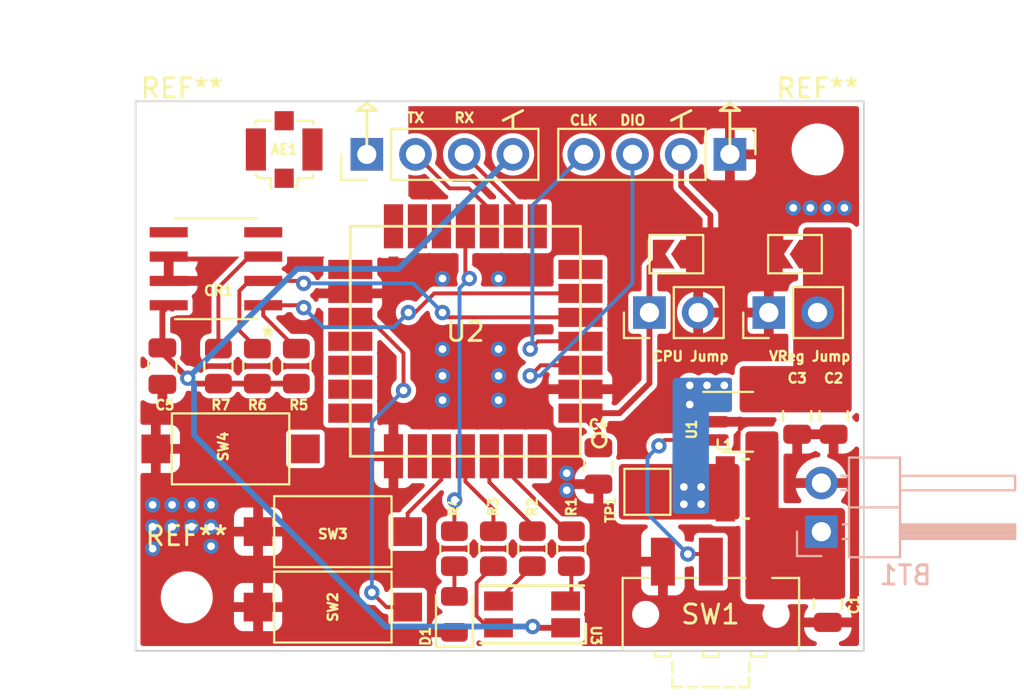
<source format=kicad_pcb>
(kicad_pcb (version 20211014) (generator pcbnew)
  (layers (0 "F.Cu" signal) (31 "B.Cu" signal) (34 "B.Paste" user) (35 "F.Paste" user) (36 "B.SilkS" user "B.Silkscreen") (37 "F.SilkS" user "F.Silkscreen") (38 "B.Mask" user) (39 "F.Mask" user) (44 "Edge.Cuts" user))
  (net 0 "")
  (net 1 "+3V3")
  (net 2 "+BATT")
  (net 3 "/vreg_lx")
  (net 4 "/vreg_en")
  (net 5 "/vreg_out")
  (net 6 "GND")
  (net 7 "Vcc")
  (net 8 "TX{slash}PB6")
  (net 9 "RX{slash}PB7")
  (net 10 "SWDIO{slash}PA13")
  (net 11 "SWCLK{slash}PA14")
  (net 12 "PB15{slash}SCL")
  (net 13 "PA15{slash}SDA")
  (net 15 "LED_STATUS")
  (net 20 "RST")
  (net 21 "RFIO")
  (net 25 "LED_B")
  (net 26 "BOOT{slash}PB13")
  (net 27 "PA0{slash}BUTTON")
  (net 28 "LED_G")
  (net 29 "LED_R")
  (net 31 "Net-(D1-Pad2)")
  (net 32 "Net-(R3-Pad2)")
  (net 33 "Net-(R1-Pad2)")
  (net 34 "Net-(R2-Pad2)")
  (net 35 "Net-(CR1-Pad3)")
  (footprint "Resistor_SMD:R_0805_2012Metric" (layer "F.Cu") (at 148.463 99.441 90)
    (fp_text reference "R6" (at -2.032 0 180) (layer "F.SilkS") (effects (font (size 0.5 0.5) (thickness 0.125))))
    (fp_text value "10k")
    (fp_line (start -0.227064 0.735) (end 0.227064 0.735) (layer "F.SilkS") (width 0.12))
    (fp_line (start -0.227064 -0.735) (end 0.227064 -0.735) (layer "F.SilkS") (width 0.12))
    (pad "1" smd roundrect (at -0.9125 0 90) (size 1.025 1.4) (layers "F.Cu" "F.Paste" "F.Mask") (roundrect_rratio 0.243902) (net 1 "+3V3"))
    (pad "2" smd roundrect (at 0.9125 0 90) (size 1.025 1.4) (layers "F.Cu" "F.Paste" "F.Mask") (roundrect_rratio 0.243902) (net 12 "PB15{slash}SCL"))
  )
  (footprint "MountingHole:MountingHole_2.2mm_M2" (layer "F.Cu") (at 177.673 88.138)
    (fp_text reference "REF**" (at 0 -3.2) (layer "F.SilkS"))
    (fp_text value "MountingHole_2.2mm_M2")
    (pad "" np_thru_hole circle (at 0 0) (size 2.2 2.2) (drill 2.2) (layers *.Cu *.Mask))
  )
  (footprint "LED_SMD:LED_0805_2012Metric" (layer "F.Cu") (at 158.736 112.395 90)
    (fp_text reference "D1" (at -1.143 -1.51 90) (layer "F.SilkS") (effects (font (size 0.5 0.5) (thickness 0.125))))
    (fp_text value "LED")
    (fp_line (start 1 -0.96) (end -1.685 -0.96) (layer "F.SilkS") (width 0.12))
    (fp_line (start -1.685 0.96) (end 1 0.96) (layer "F.SilkS") (width 0.12))
    (fp_line (start -1.685 -0.96) (end -1.685 0.96) (layer "F.SilkS") (width 0.12))
    (pad "1" smd roundrect (at -0.9375 0 90) (size 0.975 1.4) (layers "F.Cu" "F.Paste" "F.Mask") (net 6 "GND"))
    (pad "2" smd roundrect (at 0.9375 0 90) (size 0.975 1.4) (layers "F.Cu" "F.Paste" "F.Mask") (net 31 "Net-(D1-Pad2)"))
  )
  (footprint "LoRa-E5:LoRa-E5" (layer "F.Cu") (at 159.308 98.146 180)
    (fp_text reference "U2" (at 0 0.5) (layer "F.SilkS"))
    (fp_text value "LoRa-E5")
    (fp_line (start -6 -6) (end 6 -6) (layer "F.SilkS") (width 0.15))
    (fp_line (start -6 6) (end -6 -6) (layer "F.SilkS") (width 0.15))
    (fp_line (start 6 6) (end -6 6) (layer "F.SilkS") (width 0.15))
    (fp_line (start 6 -6) (end 6 6) (layer "F.SilkS") (width 0.15))
    (fp_circle (center -6.98 -5.16) (end -6.66 -4.99) (layer "F.SilkS") (width 0.15) (fill none))
    (pad "1" smd rect locked (at -6 -3.75 270) (size 1 2.3) (layers "F.Cu" "F.Paste" "F.Mask") (net 7 "Vcc"))
    (pad "2" smd rect locked (at -6 -2.5 270) (size 1 2.3) (layers "F.Cu" "F.Paste" "F.Mask") (net 6 "GND"))
    (pad "3" smd rect locked (at -6 -1.25 270) (size 1 2.3) (layers "F.Cu" "F.Paste" "F.Mask") (net 10 "SWDIO{slash}PA13"))
    (pad "4" smd rect locked (at -6 0 270) (size 1 2.3) (layers "F.Cu" "F.Paste" "F.Mask") (net 11 "SWCLK{slash}PA14"))
    (pad "5" smd rect locked (at -6 1.25 270) (size 1 2.3) (layers "F.Cu" "F.Paste" "F.Mask") (net 12 "PB15{slash}SCL"))
    (pad "6" smd rect locked (at -6 2.5 270) (size 1 2.3) (layers "F.Cu" "F.Paste" "F.Mask") (net 13 "PA15{slash}SDA"))
    (pad "7" smd rect locked (at -6 3.75 270) (size 1 2.3) (layers "F.Cu" "F.Paste" "F.Mask"))
    (pad "8" smd rect locked (at -3.75 6) (size 1 2.3) (layers "F.Cu" "F.Paste" "F.Mask"))
    (pad "9" smd rect locked (at -2.5 6) (size 1 2.3) (layers "F.Cu" "F.Paste" "F.Mask") (net 9 "RX{slash}PB7"))
    (pad "10" smd rect locked (at -1.25 6) (size 1 2.3) (layers "F.Cu" "F.Paste" "F.Mask") (net 8 "TX{slash}PB6"))
    (pad "11" smd rect locked (at 0 6) (size 1 2.3) (layers "F.Cu" "F.Paste" "F.Mask") (net 15 "LED_STATUS"))
    (pad "12" smd rect locked (at 1.25 6) (size 1 2.3) (layers "F.Cu" "F.Paste" "F.Mask"))
    (pad "13" smd rect locked (at 2.5 6) (size 1 2.3) (layers "F.Cu" "F.Paste" "F.Mask"))
    (pad "14" smd rect locked (at 3.75 6) (size 1 2.3) (layers "F.Cu" "F.Paste" "F.Mask") (net 6 "GND"))
    (pad "15" smd rect locked (at 6 3.75 90) (size 1 2.3) (layers "F.Cu" "F.Paste" "F.Mask") (net 21 "RFIO"))
    (pad "16" smd rect locked (at 6 2.5 90) (size 1 2.3) (layers "F.Cu" "F.Paste" "F.Mask") (net 6 "GND"))
    (pad "17" smd rect locked (at 6 1.25 90) (size 1 2.3) (layers "F.Cu" "F.Paste" "F.Mask") (net 20 "RST"))
    (pad "18" smd rect locked (at 6 0 90) (size 1 2.3) (layers "F.Cu" "F.Paste" "F.Mask"))
    (pad "19" smd rect locked (at 6 -1.25 90) (size 1 2.3) (layers "F.Cu" "F.Paste" "F.Mask"))
    (pad "20" smd rect locked (at 6 -2.5 90) (size 1 2.3) (layers "F.Cu" "F.Paste" "F.Mask"))
    (pad "21" smd rect locked (at 6 -3.75 90) (size 1 2.3) (layers "F.Cu" "F.Paste" "F.Mask"))
    (pad "22" smd rect locked (at 3.75 -6 180) (size 1 2.3) (layers "F.Cu" "F.Paste" "F.Mask") (net 6 "GND"))
    (pad "23" smd rect locked (at 2.5 -6 180) (size 1 2.3) (layers "F.Cu" "F.Paste" "F.Mask") (net 27 "PA0{slash}BUTTON"))
    (pad "24" smd rect locked (at 1.25 -6 180) (size 1 2.3) (layers "F.Cu" "F.Paste" "F.Mask") (net 26 "BOOT{slash}PB13"))
    (pad "25" smd rect locked (at 0 -6 180) (size 1 2.3) (layers "F.Cu" "F.Paste" "F.Mask") (net 25 "LED_B"))
    (pad "26" smd rect locked (at -1.25 -6 180) (size 1 2.3) (layers "F.Cu" "F.Paste" "F.Mask") (net 28 "LED_G"))
    (pad "27" smd rect locked (at -2.5 -6 180) (size 1 2.3) (layers "F.Cu" "F.Paste" "F.Mask") (net 29 "LED_R"))
    (pad "28" smd rect locked (at -3.75 -6 180) (size 1 2.3) (layers "F.Cu" "F.Paste" "F.Mask"))
  )
  (footprint "TDK_VLS3012HBX:TDK-VLS3012HBX-0-0-MFG" (layer "F.Cu") (at 173.908 105.846 180)
    (fp_text reference "L1" (at 0.6 2.3) (layer "F.SilkS") (effects (font (size 0.5 0.5) (thickness 0.125)) (justify right)))
    (fp_text value "2.2uH" hide)
    (fp_line (start -0.175 1.55) (end 0.175 1.55) (layer "F.SilkS") (width 0.15))
    (fp_line (start -0.175 -1.55) (end 0.175 -1.55) (layer "F.SilkS") (width 0.15))
    (pad "1" smd rect (at -1.05 0 180) (size 1 3.4) (layers "F.Cu" "F.Paste" "F.Mask") (net 2 "+BATT"))
    (pad "2" smd rect (at 1.05 0 180) (size 1 3.4) (layers "F.Cu" "F.Paste" "F.Mask") (net 3 "/vreg_lx"))
  )
  (footprint "Connector_Coaxial:U.FL_Molex_MCRF_73412-0110_Vertical" (layer "F.Cu") (at 149.86 88.138)
    (fp_text reference "AE1" (at 0 0) (layer "F.SilkS") (effects (font (size 0.5 0.5))))
    (fp_text value "Antenna_Shield")
    (fp_line (start 1.5 1.3) (end 1.5 1.5) (layer "F.SilkS") (width 0.12))
    (fp_line (start -0.7 1.5) (end -0.7 2) (layer "F.SilkS") (width 0.12))
    (fp_line (start -0.7 1.5) (end -1.3 1.5) (layer "F.SilkS") (width 0.12))
    (fp_line (start 1.5 1.5) (end 0.7 1.5) (layer "F.SilkS") (width 0.12))
    (fp_line (start 0.7 1.5) (end 0.7 2) (layer "F.SilkS") (width 0.12))
    (fp_line (start -1.5 -1.3) (end -1.5 -1.5) (layer "F.SilkS") (width 0.12))
    (fp_line (start 0.7 -1.5) (end 1.5 -1.5) (layer "F.SilkS") (width 0.12))
    (fp_line (start -1.3 1.5) (end -1.5 1.3) (layer "F.SilkS") (width 0.12))
    (fp_line (start -1.5 -1.5) (end -0.7 -1.5) (layer "F.SilkS") (width 0.12))
    (fp_line (start 1.5 -1.5) (end 1.5 -1.3) (layer "F.SilkS") (width 0.12))
    (pad "1" smd rect (at 0 1.5) (size 1 1) (layers "F.Cu" "F.Paste" "F.Mask") (net 21 "RFIO"))
    (pad "2" smd rect (at -1.475 0) (size 1.05 2.2) (layers "F.Cu" "F.Paste" "F.Mask") (net 6 "GND"))
    (pad "2" smd rect (at 0 -1.5) (size 1 1) (layers "F.Cu" "F.Paste" "F.Mask") (net 6 "GND"))
    (pad "2" smd rect (at 1.475 0) (size 1.05 2.2) (layers "F.Cu" "F.Paste" "F.Mask") (net 6 "GND"))
  )
  (footprint "Resistor_SMD:R_0805_2012Metric" (layer "F.Cu") (at 164.832 108.966 -90)
    (fp_text reference "R1" (at -2.187499 -0.000005 90) (layer "F.SilkS") (effects (font (size 0.5 0.5) (thickness 0.125))))
    (fp_text value "R_Small_US")
    (fp_line (start -0.227064 -0.735) (end 0.227064 -0.735) (layer "F.SilkS") (width 0.12))
    (fp_line (start -0.227064 0.735) (end 0.227064 0.735) (layer "F.SilkS") (width 0.12))
    (pad "1" smd roundrect (at -0.9125 0 270) (size 1.025 1.4) (layers "F.Cu" "F.Paste" "F.Mask") (roundrect_rratio 0.243902) (net 29 "LED_R"))
    (pad "2" smd roundrect (at 0.9125 0 270) (size 1.025 1.4) (layers "F.Cu" "F.Paste" "F.Mask") (roundrect_rratio 0.243902) (net 33 "Net-(R1-Pad2)"))
  )
  (footprint "STTS75M2F:STTS75M2F" (layer "F.Cu") (at 146.304 94.361 180)
    (fp_text reference "CR1" (at -0.127 -1.143) (layer "F.SilkS") (effects (font (size 0.5 0.5) (thickness 0.125))))
    (fp_text value "STTS75M2F" hide)
    (fp_text user "*" (at -2.7178 -3.5814) (layer "F.SilkS"))
    (fp_text user "*" (at -2.7178 -3.5814) (layer "F.SilkS"))
    (fp_line (start -2.1336 2.6289) (end 2.1336 2.6289) (layer "F.SilkS") (width 0.12))
    (fp_line (start 2.1336 -2.6289) (end -2.1336 -2.6289) (layer "F.SilkS") (width 0.12))
    (pad "1" smd rect (at -2.4638 -1.905 180) (size 1.9812 0.5334) (layers "F.Cu" "F.Paste" "F.Mask") (net 13 "PA15{slash}SDA"))
    (pad "2" smd rect (at -2.4638 -0.635 180) (size 1.9812 0.5334) (layers "F.Cu" "F.Paste" "F.Mask") (net 12 "PB15{slash}SCL"))
    (pad "3" smd rect (at -2.4638 0.635 180) (size 1.9812 0.5334) (layers "F.Cu" "F.Paste" "F.Mask") (net 35 "Net-(CR1-Pad3)"))
    (pad "4" smd rect (at -2.4638 1.905 180) (size 1.9812 0.5334) (layers "F.Cu" "F.Paste" "F.Mask") (net 6 "GND"))
    (pad "5" smd rect (at 2.4638 1.905 180) (size 1.9812 0.5334) (layers "F.Cu" "F.Paste" "F.Mask") (net 6 "GND"))
    (pad "6" smd rect (at 2.4638 0.635 180) (size 1.9812 0.5334) (layers "F.Cu" "F.Paste" "F.Mask") (net 6 "GND"))
    (pad "7" smd rect (at 2.4638 -0.635 180) (size 1.9812 0.5334) (layers "F.Cu" "F.Paste" "F.Mask") (net 6 "GND"))
    (pad "8" smd rect (at 2.4638 -1.905 180) (size 1.9812 0.5334) (layers "F.Cu" "F.Paste" "F.Mask") (net 1 "+3V3"))
  )
  (footprint "Capacitor_SMD:C_0805_2012Metric" (layer "F.Cu") (at 178.2064 111.8616 -90)
    (fp_text reference "C1" (at 0.0254 -1.3716 -90) (layer "F.SilkS") (effects (font (size 0.5 0.5) (thickness 0.125))))
    (fp_text value "10u")
    (fp_line (start -0.261252 0.735) (end 0.261252 0.735) (layer "F.SilkS") (width 0.12))
    (fp_line (start -0.261252 -0.735) (end 0.261252 -0.735) (layer "F.SilkS") (width 0.12))
    (pad "1" smd roundrect (at -0.95 0 270) (size 1 1.45) (layers "F.Cu" "F.Paste" "F.Mask") (net 2 "+BATT"))
    (pad "2" smd roundrect (at 0.95 0 270) (size 1 1.45) (layers "F.Cu" "F.Paste" "F.Mask") (net 6 "GND"))
  )
  (footprint "Connector_PinHeader_2.54mm:PinHeader_1x02_P2.54mm_Vertical" (layer "F.Cu") (at 175.128 96.647 90)
    (fp_text reference "J1" hide)
    (fp_text value "Pwr_jmp")
    (fp_line (start -1.33 1.27) (end -1.33 3.87) (layer "F.SilkS") (width 0.12))
    (fp_line (start 1.33 1.27) (end 1.33 3.87) (layer "F.SilkS") (width 0.12))
    (fp_line (start -1.33 0) (end -1.33 -1.33) (layer "F.SilkS") (width 0.12))
    (fp_line (start -1.33 3.87) (end 1.33 3.87) (layer "F.SilkS") (width 0.12))
    (fp_line (start -1.33 1.27) (end 1.33 1.27) (layer "F.SilkS") (width 0.12))
    (fp_line (start -1.33 -1.33) (end 0 -1.33) (layer "F.SilkS") (width 0.12))
    (pad "1" thru_hole rect (at 0 0 90) (size 1.7 1.7) (drill 1) (layers *.Cu *.Mask) (net 1 "+3V3"))
    (pad "2" thru_hole oval (at 0 2.54 90) (size 1.7 1.7) (drill 1) (layers *.Cu *.Mask) (net 5 "/vreg_out"))
  )
  (footprint "Button_Switch_SMD:SW_SPST_CK_RS282G05A3" (layer "F.Cu") (at 152.4 108.077 180)
    (fp_text reference "SW3" (at 0 -0.127) (layer "F.SilkS") (effects (font (size 0.5 0.5) (thickness 0.125))))
    (fp_text value "SW_SPST")
    (fp_line (start 3.06 -1.85) (end 3.06 1.85) (layer "F.SilkS") (width 0.12))
    (fp_line (start -3.06 -1.85) (end 3.06 -1.85) (layer "F.SilkS") (width 0.12))
    (fp_line (start -3.06 1.85) (end -3.06 -1.85) (layer "F.SilkS") (width 0.12))
    (fp_line (start 3.06 1.85) (end -3.06 1.85) (layer "F.SilkS") (width 0.12))
    (pad "1" smd rect (at -3.9 0 180) (size 1.5 1.5) (layers "F.Cu" "F.Paste" "F.Mask") (net 26 "BOOT{slash}PB13"))
    (pad "2" smd rect (at 3.9 0 180) (size 1.5 1.5) (layers "F.Cu" "F.Paste" "F.Mask") (net 6 "GND"))
  )
  (footprint "MountingHole:MountingHole_2.2mm_M2" (layer "F.Cu") (at 144.526 88.138)
    (fp_text reference "REF**" (at 0 -3.2) (layer "F.SilkS"))
    (fp_text value "MountingHole_2.2mm_M2")
    (pad "" np_thru_hole circle (at 0 0) (size 2.2 2.2) (drill 2.2) (layers *.Cu *.Mask))
  )
  (footprint "Capacitor_SMD:C_0805_2012Metric" (layer "F.Cu") (at 166.243 104.648 -90)
    (fp_text reference "C4" (at -2.159 0) (layer "F.SilkS") (effects (font (size 0.5 0.5))))
    (fp_text value "C_Small")
    (fp_line (start -0.261252 0.735) (end 0.261252 0.735) (layer "F.SilkS") (width 0.12))
    (fp_line (start -0.261252 -0.735) (end 0.261252 -0.735) (layer "F.SilkS") (width 0.12))
    (pad "1" smd roundrect (at -0.95 0 270) (size 1 1.45) (layers "F.Cu" "F.Paste" "F.Mask") (net 7 "Vcc"))
    (pad "2" smd roundrect (at 0.95 0 270) (size 1 1.45) (layers "F.Cu" "F.Paste" "F.Mask") (net 6 "GND"))
  )
  (footprint "Connector_PinHeader_2.54mm:PinHeader_1x04_P2.54mm_Vertical" (layer "F.Cu") (at 154.167992 88.392 90)
    (fp_text reference "J3" hide)
    (fp_text value "Serial Header")
    (fp_line (start -1.33 8.95) (end 1.33 8.95) (layer "F.SilkS") (width 0.12))
    (fp_line (start -1.33 -1.33) (end 0 -1.33) (layer "F.SilkS") (width 0.12))
    (fp_line (start 1.33 1.27) (end 1.33 8.95) (layer "F.SilkS") (width 0.12))
    (fp_line (start -1.33 1.27) (end -1.33 8.95) (layer "F.SilkS") (width 0.12))
    (fp_line (start -1.33 1.27) (end 1.33 1.27) (layer "F.SilkS") (width 0.12))
    (fp_line (start -1.33 0) (end -1.33 -1.33) (layer "F.SilkS") (width 0.12))
    (pad "1" thru_hole rect (at 0 0 90) (size 1.7 1.7) (drill 1) (layers *.Cu *.Mask) (net 6 "GND"))
    (pad "2" thru_hole oval (at 0 2.54 90) (size 1.7 1.7) (drill 1) (layers *.Cu *.Mask) (net 8 "TX{slash}PB6"))
    (pad "3" thru_hole oval (at 0 5.08 90) (size 1.7 1.7) (drill 1) (layers *.Cu *.Mask) (net 9 "RX{slash}PB7"))
    (pad "4" thru_hole oval (at 0 7.62 90) (size 1.7 1.7) (drill 1) (layers *.Cu *.Mask) (net 1 "+3V3"))
  )
  (footprint "Resistor_SMD:R_0805_2012Metric" (layer "F.Cu") (at 160.768 108.966 -90)
    (fp_text reference "R3" (at -2.187499 -0.000005 90) (layer "F.SilkS") (effects (font (size 0.5 0.5) (thickness 0.125))))
    (fp_text value "R_Small_US")
    (fp_line (start -0.227064 0.735) (end 0.227064 0.735) (layer "F.SilkS") (width 0.12))
    (fp_line (start -0.227064 -0.735) (end 0.227064 -0.735) (layer "F.SilkS") (width 0.12))
    (pad "1" smd roundrect (at -0.9125 0 270) (size 1.025 1.4) (layers "F.Cu" "F.Paste" "F.Mask") (roundrect_rratio 0.243902) (net 25 "LED_B"))
    (pad "2" smd roundrect (at 0.9125 0 270) (size 1.025 1.4) (layers "F.Cu" "F.Paste" "F.Mask") (roundrect_rratio 0.243902) (net 32 "Net-(R3-Pad2)"))
  )
  (footprint "Resistor_SMD:R_0805_2012Metric" (layer "F.Cu") (at 150.495 99.441 90)
    (fp_text reference "R5" (at -2.032 0.127 180) (layer "F.SilkS") (effects (font (size 0.5 0.5) (thickness 0.125))))
    (fp_text value "10k")
    (fp_line (start -0.227064 0.735) (end 0.227064 0.735) (layer "F.SilkS") (width 0.12))
    (fp_line (start -0.227064 -0.735) (end 0.227064 -0.735) (layer "F.SilkS") (width 0.12))
    (pad "1" smd roundrect (at -0.9125 0 90) (size 1.025 1.4) (layers "F.Cu" "F.Paste" "F.Mask") (roundrect_rratio 0.243902) (net 1 "+3V3"))
    (pad "2" smd roundrect (at 0.9125 0 90) (size 1.025 1.4) (layers "F.Cu" "F.Paste" "F.Mask") (roundrect_rratio 0.243902) (net 13 "PA15{slash}SDA"))
  )
  (footprint "Jumper:SolderJumper-2_P1.3mm_Open_TrianglePad1.0x1.5mm" (layer "F.Cu") (at 176.493 93.599 180)
    (fp_text reference "JP1" hide)
    (fp_text value "Pwr_jmp" hide)
    (fp_line (start 1.4 1) (end -1.4 1) (layer "F.SilkS") (width 0.12))
    (fp_line (start 1.4 -1) (end 1.4 1) (layer "F.SilkS") (width 0.12))
    (fp_line (start -1.4 1) (end -1.4 -1) (layer "F.SilkS") (width 0.12))
    (fp_line (start -1.4 -1) (end 1.4 -1) (layer "F.SilkS") (width 0.12))
    (pad "1" smd custom (at -0.725 0 180) (size 0.3 0.3) (layers "F.Cu" "F.Mask") (net 5 "/vreg_out") (options (clearance outline) (anchor rect)) (primitives (gr_poly (pts (xy 1 0) (xy 0.5 0.75) (xy -0.5 0.75) (xy -0.5 -0.75) (xy 0.5 -0.75)) (width 0) (fill yes))))
    (pad "2" smd custom (at 0.725 0 180) (size 0.3 0.3) (layers "F.Cu" "F.Mask") (net 1 "+3V3") (options (clearance outline) (anchor rect)) (primitives (gr_poly (pts (xy 0.5 0.75) (xy -0.65 0.75) (xy -0.15 0) (xy -0.65 -0.75) (xy 0.5 -0.75)) (width 0) (fill yes))))
  )
  (footprint "RGB_LED:IN-S128TATRGB" (layer "F.Cu") (at 165.735 114.046 180)
    (fp_text reference "U3" (at -0.381 1.143 270 unlocked) (layer "F.SilkS") (effects (font (size 0.5 0.5) (thickness 0.125)) (justify left)))
    (fp_text value "IN-S128TATRGB")
    (fp_line (start 5.65 0.15) (end 0.15 0.15) (layer "F.SilkS") (width 0.15))
    (fp_line (start 0.15 1.15) (end 0.15 0.15) (layer "F.SilkS") (width 0.15))
    (fp_line (start 5.65 3.15) (end 0.25 3.15) (layer "F.SilkS") (width 0.15))
    (pad "1" smd rect (at 1.2 0.95) (size 1.5 1) (layers "F.Cu" "F.Paste" "F.Mask") (net 1 "+3V3"))
    (pad "2" smd rect (at 4.7 0.95) (size 1.5 1) (layers "F.Cu" "F.Paste" "F.Mask") (net 32 "Net-(R3-Pad2)"))
    (pad "3" smd rect (at 1.2 2.35) (size 1.5 1) (layers "F.Cu" "F.Paste" "F.Mask") (net 33 "Net-(R1-Pad2)"))
    (pad "4" smd rect (at 4.7 2.35) (size 1.5 1) (layers "F.Cu" "F.Paste" "F.Mask") (net 34 "Net-(R2-Pad2)"))
  )
  (footprint "Button_Switch_SMD:SW_SPDT_CK-JS102011SAQN" (layer "F.Cu") (at 172.108 112.395)
    (fp_text reference "SW1" (at -0.023 0) (layer "F.SilkS"))
    (fp_text value "SW_SPDT")
    (fp_line (start 3.2 -1.9) (end 4.6 -1.9) (layer "F.SilkS") (width 0.12))
    (fp_line (start 0.7 -1.9) (end 0.7 -1.9) (layer "F.SilkS") (width 0.12))
    (fp_line (start -2.9 1.9) (end -4.6 1.9) (layer "F.SilkS") (width 0.12))
    (fp_line (start 4.6 -1.9) (end 4.6 1.9) (layer "F.SilkS") (width 0.12))
    (fp_line (start -0.4 3.8) (end -0.4 3.8) (layer "F.SilkS") (width 0.12))
    (fp_line (start -0.4 2.2) (end -0.4 1.9) (layer "F.SilkS") (width 0.12))
    (fp_line (start 0.7 3.8) (end 0.7 3.8) (layer "F.SilkS") (width 0.12))
    (fp_line (start -0.7 3.8) (end -0.7 3.8) (layer "F.SilkS") (width 0.12))
    (fp_line (start 1.5 3.8) (end 1.5 3.8) (layer "F.SilkS") (width 0.12))
    (fp_line (start 2 2.5) (end 2 2.5) (layer "F.SilkS") (width 0.12))
    (fp_line (start -2.1 2.2) (end -2.9 2.2) (layer "F.SilkS") (width 0.12))
    (fp_line (start 2.9 2.2) (end 2.1 2.2) (layer "F.SilkS") (width 0.12))
    (fp_line (start 2 3) (end 2 2.5) (layer "F.SilkS") (width 0.12))
    (fp_line (start -4.6 1.9) (end -4.6 -1.9) (layer "F.SilkS") (width 0.12))
    (fp_line (start 1.8 -1.9) (end 0.7 -1.9) (layer "F.SilkS") (width 0.12))
    (fp_line (start 2 3.3) (end 2 3.3) (layer "F.SilkS") (width 0.12))
    (fp_line (start 2.1 2.2) (end 2.1 1.9) (layer "F.SilkS") (width 0.12))
    (fp_line (start 1.2 3.8) (end 0.7 3.8) (layer "F.SilkS") (width 0.12))
    (fp_line (start 2.1 1.9) (end 0.4 1.9) (layer "F.SilkS") (width 0.12))
    (fp_line (start 0.4 1.9) (end 0.4 2.2) (layer "F.SilkS") (width 0.12))
    (fp_line (start -2 3.3) (end -2 3.3) (layer "F.SilkS") (width 0.12))
    (fp_line (start 2 3.8) (end 1.5 3.8) (layer "F.SilkS") (width 0.12))
    (fp_line (start -1.5 3.8) (end -1.5 3.8) (layer "F.SilkS") (width 0.12))
    (fp_line (start -2.1 1.9) (end -2.1 2.2) (layer "F.SilkS") (width 0.12))
    (fp_line (start -1.2 3.8) (end -0.7 3.8) (layer "F.SilkS") (width 0.12))
    (fp_line (start -4.6 -1.9) (end -3.2 -1.9) (layer "F.SilkS") (width 0.12))
    (fp_line (start -2 3.8) (end -2 3.3) (layer "F.SilkS") (width 0.12))
    (fp_line (start 0.4 2.2) (end -0.4 2.2) (layer "F.SilkS") (width 0.12))
    (fp_line (start -2 3.8) (end -1.5 3.8) (layer "F.SilkS") (width 0.12))
    (fp_line (start 2 3.8) (end 2 3.3) (layer "F.SilkS") (width 0.12))
    (fp_line (start -2.9 2.2) (end -2.9 1.9) (layer "F.SilkS") (width 0.12))
    (fp_line (start -0.4 1.9) (end -2.1 1.9) (layer "F.SilkS") (width 0.12))
    (fp_line (start -4.6 1.9) (end -4.6 1.9) (layer "F.SilkS") (width 0.12))
    (fp_line (start 4.6 1.9) (end 2.9 1.9) (layer "F.SilkS") (width 0.12))
    (fp_line (start -1.8 -1.9) (end -1.8 -1.9) (layer "F.SilkS") (width 0.12))
    (fp_line (start -0.7 -1.9) (end -1.8 -1.9) (layer "F.SilkS") (width 0.12))
    (fp_line (start -2 2.5) (end -2 2.5) (layer "F.SilkS") (width 0.12))
    (fp_line (start 0.4 3.8) (end -0.4 3.8) (layer "F.SilkS") (width 0.12))
    (fp_line (start 2.9 1.9) (end 2.9 2.2) (layer "F.SilkS") (width 0.12))
    (fp_line (start -2 3) (end -2 2.5) (layer "F.SilkS") (width 0.12))
    (pad "" np_thru_hole circle (at -3.4 0) (size 0.9 0.9) (drill 0.9) (layers *.Cu *.Mask))
    (pad "" np_thru_hole circle (at 3.4 0) (size 0.9 0.9) (drill 0.9) (layers *.Cu *.Mask))
    (pad "1" smd rect (at -2.5 -2.75) (size 1.25 2.5) (layers "F.Cu" "F.Paste" "F.Mask") (net 6 "GND"))
    (pad "2" smd rect (at 0 -2.75) (size 1.25 2.5) (layers "F.Cu" "F.Paste" "F.Mask") (net 4 "/vreg_en"))
    (pad "3" smd rect (at 2.5 -2.75) (size 1.25 2.5) (layers "F.Cu" "F.Paste" "F.Mask") (net 2 "+BATT"))
  )
  (footprint "Resistor_SMD:R_0805_2012Metric" (layer "F.Cu") (at 158.736 108.966 -90)
    (fp_text reference "R4" (at -2.187499 -0.000005 90) (layer "F.SilkS") (effects (font (size 0.5 0.5) (thickness 0.125))))
    (fp_text value "R_Small_US")
    (fp_line (start -0.227064 -0.735) (end 0.227064 -0.735) (layer "F.SilkS") (width 0.12))
    (fp_line (start -0.227064 0.735) (end 0.227064 0.735) (layer "F.SilkS") (width 0.12))
    (pad "1" smd roundrect (at -0.9125 0 270) (size 1.025 1.4) (layers "F.Cu" "F.Paste" "F.Mask") (roundrect_rratio 0.243902) (net 15 "LED_STATUS"))
    (pad "2" smd roundrect (at 0.9125 0 270) (size 1.025 1.4) (layers "F.Cu" "F.Paste" "F.Mask") (roundrect_rratio 0.243902) (net 31 "Net-(D1-Pad2)"))
  )
  (footprint "Capacitor_SMD:C_0805_2012Metric" (layer "F.Cu") (at 178.508 102.046 -90)
    (fp_text reference "C2" (at -1.97 0) (layer "F.SilkS") (effects (font (size 0.5 0.5) (thickness 0.125))))
    (fp_text value "10u")
    (fp_line (start -0.261252 0.735) (end 0.261252 0.735) (layer "F.SilkS") (width 0.12))
    (fp_line (start -0.261252 -0.735) (end 0.261252 -0.735) (layer "F.SilkS") (width 0.12))
    (pad "1" smd roundrect (at -0.95 0 270) (size 1 1.45) (layers "F.Cu" "F.Paste" "F.Mask") (net 5 "/vreg_out"))
    (pad "2" smd roundrect (at 0.95 0 270) (size 1 1.45) (layers "F.Cu" "F.Paste" "F.Mask") (net 6 "GND"))
  )
  (footprint "Resistor_SMD:R_0805_2012Metric" (layer "F.Cu") (at 162.8 108.966 -90)
    (fp_text reference "R2" (at -2.187499 -0.000005 90) (layer "F.SilkS") (effects (font (size 0.5 0.5) (thickness 0.125))))
    (fp_text value "R_Small_US")
    (fp_line (start -0.227064 -0.735) (end 0.227064 -0.735) (layer "F.SilkS") (width 0.12))
    (fp_line (start -0.227064 0.735) (end 0.227064 0.735) (layer "F.SilkS") (width 0.12))
    (pad "1" smd roundrect (at -0.9125 0 270) (size 1.025 1.4) (layers "F.Cu" "F.Paste" "F.Mask") (roundrect_rratio 0.243902) (net 28 "LED_G"))
    (pad "2" smd roundrect (at 0.9125 0 270) (size 1.025 1.4) (layers "F.Cu" "F.Paste" "F.Mask") (roundrect_rratio 0.243902) (net 34 "Net-(R2-Pad2)"))
  )
  (footprint "Jumper:SolderJumper-2_P1.3mm_Open_TrianglePad1.0x1.5mm" (layer "F.Cu") (at 170.307 93.599 180)
    (fp_text reference "JP2" hide)
    (fp_text value "CPU_jmp")
    (fp_line (start 1.4 -1) (end 1.4 1) (layer "F.SilkS") (width 0.12))
    (fp_line (start -1.4 1) (end -1.4 -1) (layer "F.SilkS") (width 0.12))
    (fp_line (start -1.4 -1) (end 1.4 -1) (layer "F.SilkS") (width 0.12))
    (fp_line (start 1.4 1) (end -1.4 1) (layer "F.SilkS") (width 0.12))
    (pad "1" smd custom (at -0.724992 0 180) (size 0.3 0.3) (layers "F.Cu" "F.Mask") (net 1 "+3V3") (options (clearance outline) (anchor rect)) (primitives (gr_poly (pts (xy 1 0) (xy 0.5 0.75) (xy -0.5 0.75) (xy -0.5 -0.75) (xy 0.5 -0.75)) (width 0) (fill yes))))
    (pad "2" smd custom (at 0.725 0 180) (size 0.3 0.3) (layers "F.Cu" "F.Mask") (net 7 "Vcc") (options (clearance outline) (anchor rect)) (primitives (gr_poly (pts (xy 0.5 0.75) (xy -0.65 0.75) (xy -0.15 0) (xy -0.65 -0.75) (xy 0.5 -0.75)) (width 0) (fill yes))))
  )
  (footprint "Capacitor_SMD:C_0805_2012Metric" (layer "F.Cu") (at 143.51 99.441 -90)
    (fp_text reference "C5" (at 2.032 -0.127) (layer "F.SilkS") (effects (font (size 0.5 0.5) (thickness 0.125))))
    (fp_text value "10u")
    (fp_line (start -0.261252 -0.735) (end 0.261252 -0.735) (layer "F.SilkS") (width 0.12))
    (fp_line (start -0.261252 0.735) (end 0.261252 0.735) (layer "F.SilkS") (width 0.12))
    (pad "1" smd roundrect (at -0.95 0 270) (size 1 1.45) (layers "F.Cu" "F.Paste" "F.Mask") (net 1 "+3V3"))
    (pad "2" smd roundrect (at 0.95 0 270) (size 1 1.45) (layers "F.Cu" "F.Paste" "F.Mask") (net 6 "GND"))
  )
  (footprint "Button_Switch_SMD:SW_SPST_CK_RS282G05A3" (layer "F.Cu") (at 152.4 112.014 180)
    (fp_text reference "SW2" (at 0 0.005004 90) (layer "F.SilkS") (effects (font (size 0.5 0.5) (thickness 0.125))))
    (fp_text value "SW_SPST")
    (fp_line (start 3.06 1.85) (end -3.06 1.85) (layer "F.SilkS") (width 0.12))
    (fp_line (start -3.06 1.85) (end -3.06 -1.85) (layer "F.SilkS") (width 0.12))
    (fp_line (start -3.06 -1.85) (end 3.06 -1.85) (layer "F.SilkS") (width 0.12))
    (fp_line (start 3.06 -1.85) (end 3.06 1.85) (layer "F.SilkS") (width 0.12))
    (pad "1" smd rect (at -3.9 0 180) (size 1.5 1.5) (layers "F.Cu" "F.Paste" "F.Mask") (net 20 "RST"))
    (pad "2" smd rect (at 3.9 0 180) (size 1.5 1.5) (layers "F.Cu" "F.Paste" "F.Mask") (net 6 "GND"))
  )
  (footprint "MountingHole:MountingHole_2.2mm_M2" (layer "F.Cu") (at 144.78 111.506)
    (fp_text reference "REF**" (at 0 -3.2) (layer "F.SilkS"))
    (fp_text value "MountingHole_2.2mm_M2")
    (pad "" np_thru_hole circle (at 0 0) (size 2.2 2.2) (drill 2.2) (layers *.Cu *.Mask))
  )
  (footprint "Button_Switch_SMD:SW_SPST_CK_RS282G05A3" (layer "F.Cu") (at 147.066 103.759 180)
    (fp_text reference "SW4" (at 0.381 0.127 90) (layer "F.SilkS") (effects (font (size 0.5 0.5) (thickness 0.125))))
    (fp_text value "SW_SPST")
    (fp_line (start 3.06 -1.85) (end 3.06 1.85) (layer "F.SilkS") (width 0.12))
    (fp_line (start -3.06 1.85) (end -3.06 -1.85) (layer "F.SilkS") (width 0.12))
    (fp_line (start 3.06 1.85) (end -3.06 1.85) (layer "F.SilkS") (width 0.12))
    (fp_line (start -3.06 -1.85) (end 3.06 -1.85) (layer "F.SilkS") (width 0.12))
    (pad "1" smd rect (at -3.9 0 180) (size 1.5 1.5) (layers "F.Cu" "F.Paste" "F.Mask") (net 27 "PA0{slash}BUTTON"))
    (pad "2" smd rect (at 3.9 0 180) (size 1.5 1.5) (layers "F.Cu" "F.Paste" "F.Mask") (net 6 "GND"))
  )
  (footprint "TestPoint:TestPoint_Pad_2.0x2.0mm" (layer "F.Cu") (at 168.8 106)
    (fp_text reference "TP1" (at -1.922 0.934 90) (layer "F.SilkS") (effects (font (size 0.5 0.5) (thickness 0.125))))
    (fp_text value "vreg_lx")
    (fp_line (start 1.2 1.2) (end -1.2 1.2) (layer "F.SilkS") (width 0.12))
    (fp_line (start -1.2 1.2) (end -1.2 -1.2) (layer "F.SilkS") (width 0.12))
    (fp_line (start -1.2 -1.2) (end 1.2 -1.2) (layer "F.SilkS") (width 0.12))
    (fp_line (start 1.2 -1.2) (end 1.2 1.2) (layer "F.SilkS") (width 0.12))
    (pad "1" smd rect (at 0 0) (size 2 2) (layers "F.Cu" "F.Mask") (net 3 "/vreg_lx"))
  )
  (footprint "Package_TO_SOT_SMD:SOT-23-5" (layer "F.Cu") (at 173.508 102.346)
    (fp_text reference "U1" (at -2.4 0.4 90) (layer "F.SilkS") (effects (font (size 0.5 0.5) (thickness 0.125))))
    (fp_text value "RP402N331F")
    (fp_line (start 0 -1.56) (end -1.8 -1.56) (layer "F.SilkS") (width 0.12))
    (fp_line (start 0 1.56) (end 0.8 1.56) (layer "F.SilkS") (width 0.12))
    (fp_line (start 0 -1.56) (end 0.8 -1.56) (layer "F.SilkS") (width 0.12))
    (fp_line (start 0 1.56) (end -0.8 1.56) (layer "F.SilkS") (width 0.12))
    (pad "1" smd roundrect (at -1.1375 -0.95) (size 1.325 0.6) (layers "F.Cu" "F.Paste" "F.Mask") (net 3 "/vreg_lx"))
    (pad "2" smd roundrect (at -1.1375 0) (size 1.325 0.6) (layers "F.Cu" "F.Paste" "F.Mask") (net 6 "GND"))
    (pad "3" smd roundrect (at -1.1375 0.95) (size 1.325 0.6) (layers "F.Cu" "F.Paste" "F.Mask") (net 4 "/vreg_en"))
    (pad "4" smd roundrect (at 1.1375 0.95) (size 1.325 0.6) (layers "F.Cu" "F.Paste" "F.Mask") (net 2 "+BATT"))
    (pad "5" smd roundrect (at 1.1375 -0.95) (size 1.325 0.6) (layers "F.Cu" "F.Paste" "F.Mask") (net 5 "/vreg_out"))
  )
  (footprint "Capacitor_SMD:C_0805_2012Metric" (layer "F.Cu") (at 176.608 102.046 -90)
    (fp_text reference "C3" (at -1.97 -0.000003) (layer "F.SilkS") (effects (font (size 0.5 0.5) (thickness 0.125))))
    (fp_text value "10u")
    (fp_line (start -0.261252 -0.735) (end 0.261252 -0.735) (layer "F.SilkS") (width 0.12))
    (fp_line (start -0.261252 0.735) (end 0.261252 0.735) (layer "F.SilkS") (width 0.12))
    (pad "1" smd roundrect (at -0.95 0 270) (size 1 1.45) (layers "F.Cu" "F.Paste" "F.Mask") (net 5 "/vreg_out"))
    (pad "2" smd roundrect (at 0.95 0 270) (size 1 1.45) (layers "F.Cu" "F.Paste" "F.Mask") (net 6 "GND"))
  )
  (footprint "Connector_PinHeader_2.54mm:PinHeader_1x04_P2.54mm_Vertical" (layer "F.Cu") (at 173.101 88.392 -90)
    (fp_text reference "J4" hide)
    (fp_text value "Programming Header")
    (fp_line (start -1.33 -1.33) (end 0 -1.33) (layer "F.SilkS") (width 0.12))
    (fp_line (start -1.33 8.95) (end 1.33 8.95) (layer "F.SilkS") (width 0.12))
    (fp_line (start 1.33 1.27) (end 1.33 8.95) (layer "F.SilkS") (width 0.12))
    (fp_line (start -1.33 1.27) (end 1.33 1.27) (layer "F.SilkS") (width 0.12))
    (fp_line (start -1.33 1.27) (end -1.33 8.95) (layer "F.SilkS") (width 0.12))
    (fp_line (start -1.33 0) (end -1.33 -1.33) (layer "F.SilkS") (width 0.12))
    (pad "1" thru_hole rect (at 0 0 270) (size 1.7 1.7) (drill 1) (layers *.Cu *.Mask) (net 6 "GND"))
    (pad "2" thru_hole oval (at 0 2.54 270) (size 1.7 1.7) (drill 1) (layers *.Cu *.Mask) (net 1 "+3V3"))
    (pad "3" thru_hole oval (at 0 5.08 270) (size 1.7 1.7) (drill 1) (layers *.Cu *.Mask) (net 10 "SWDIO{slash}PA13"))
    (pad "4" thru_hole oval (at 0 7.62 270) (size 1.7 1.7) (drill 1) (layers *.Cu *.Mask) (net 11 "SWCLK{slash}PA14"))
  )
  (footprint "Connector_PinHeader_2.54mm:PinHeader_1x02_P2.54mm_Vertical" (layer "F.Cu") (at 168.905 96.647 90)
    (fp_text reference "J2" hide)
    (fp_text value "CPU_jmp")
    (fp_line (start -1.33 -1.33) (end 0 -1.33) (layer "F.SilkS") (width 0.12))
    (fp_line (start -1.33 1.27) (end -1.33 3.87) (layer "F.SilkS") (width 0.12))
    (fp_line (start 1.33 1.27) (end 1.33 3.87) (layer "F.SilkS") (width 0.12))
    (fp_line (start -1.33 0) (end -1.33 -1.33) (layer "F.SilkS") (width 0.12))
    (fp_line (start -1.33 3.87) (end 1.33 3.87) (layer "F.SilkS") (width 0.12))
    (fp_line (start -1.33 1.27) (end 1.33 1.27) (layer "F.SilkS") (width 0.12))
    (pad "1" thru_hole rect (at 0 0 90) (size 1.7 1.7) (drill 1) (layers *.Cu *.Mask) (net 7 "Vcc"))
    (pad "2" thru_hole oval (at 0 2.54 90) (size 1.7 1.7) (drill 1) (layers *.Cu *.Mask) (net 1 "+3V3"))
  )
  (footprint "Resistor_SMD:R_0805_2012Metric" (layer "F.Cu") (at 146.431 99.441 90)
    (fp_text reference "R7" (at -2.032 0.127 180) (layer "F.SilkS") (effects (font (size 0.5 0.5) (thickness 0.125))))
    (fp_text value "10k")
    (fp_line (start -0.227064 0.735) (end 0.227064 0.735) (layer "F.SilkS") (width 0.12))
    (fp_line (start -0.227064 -0.735) (end 0.227064 -0.735) (layer "F.SilkS") (width 0.12))
    (pad "1" smd roundrect (at -0.9125 0 90) (size 1.025 1.4) (layers "F.Cu" "F.Paste" "F.Mask") (roundrect_rratio 0.243902) (net 1 "+3V3"))
    (pad "2" smd roundrect (at 0.9125 0 90) (size 1.025 1.4) (layers "F.Cu" "F.Paste" "F.Mask") (roundrect_rratio 0.243902) (net 35 "Net-(CR1-Pad3)"))
  )
  (footprint "Connector_PinHeader_2.54mm:PinHeader_1x02_P2.54mm_Horizontal" (layer "B.Cu") (at 177.87 108.082)
    (fp_text reference "BT1" (at 4.385 2.27) (layer "B.SilkS") (effects (justify mirror)))
    (fp_text value "Battery")
    (fp_line (start 4.1 0.2) (end 10.1 0.2) (layer "B.SilkS") (width 0.12))
    (fp_line (start 4.1 -0.16) (end 10.1 -0.16) (layer "B.SilkS") (width 0.12))
    (fp_line (start 4.1 0.08) (end 10.1 0.08) (layer "B.SilkS") (width 0.12))
    (fp_line (start -1.27 0) (end -1.27 1.27) (layer "B.SilkS") (width 0.12))
    (fp_line (start 4.1 -2.16) (end 10.1 -2.16) (layer "B.SilkS") (width 0.12))
    (fp_line (start 10.1 0.38) (end 10.1 -0.38) (layer "B.SilkS") (width 0.12))
    (fp_line (start 4.1 0.32) (end 10.1 0.32) (layer "B.SilkS") (width 0.12))
    (fp_line (start 1.44 1.33) (end 1.44 -3.87) (layer "B.SilkS") (width 0.12))
    (fp_line (start 4.1 -0.28) (end 10.1 -0.28) (layer "B.SilkS") (width 0.12))
    (fp_line (start 10.1 -0.38) (end 4.1 -0.38) (layer "B.SilkS") (width 0.12))
    (fp_line (start 1.44 -1.27) (end 4.1 -1.27) (layer "B.SilkS") (width 0.12))
    (fp_line (start 4.1 0.38) (end 10.1 0.38) (layer "B.SilkS") (width 0.12))
    (fp_line (start 1.11 -0.38) (end 1.44 -0.38) (layer "B.SilkS") (width 0.12))
    (fp_line (start 1.11 0.38) (end 1.44 0.38) (layer "B.SilkS") (width 0.12))
    (fp_line (start 4.1 -3.87) (end 4.1 1.33) (layer "B.SilkS") (width 0.12))
    (fp_line (start 1.042929 -2.16) (end 1.44 -2.16) (layer "B.SilkS") (width 0.12))
    (fp_line (start 10.1 -2.92) (end 4.1 -2.92) (layer "B.SilkS") (width 0.12))
    (fp_line (start 4.1 -0.04) (end 10.1 -0.04) (layer "B.SilkS") (width 0.12))
    (fp_line (start 1.042929 -2.92) (end 1.44 -2.92) (layer "B.SilkS") (width 0.12))
    (fp_line (start 1.44 -3.87) (end 4.1 -3.87) (layer "B.SilkS") (width 0.12))
    (fp_line (start 4.1 1.33) (end 1.44 1.33) (layer "B.SilkS") (width 0.12))
    (fp_line (start 10.1 -2.16) (end 10.1 -2.92) (layer "B.SilkS") (width 0.12))
    (fp_line (start -1.27 1.27) (end 0 1.27) (layer "B.SilkS") (width 0.12))
    (pad "1" thru_hole rect (at 0 0) (size 1.7 1.7) (drill 1) (layers *.Cu *.Mask) (net 2 "+BATT"))
    (pad "2" thru_hole oval (at 0 -2.54) (size 1.7 1.7) (drill 1) (layers *.Cu *.Mask) (net 6 "GND"))
  )
  (gr_line (start 170.561 86.995) (end 170.561 86.36) (layer "F.SilkS") (width 0.15))
  (gr_line (start 161.279992 86.614) (end 162.295992 86.106) (layer "F.SilkS") (width 0.15))
  (gr_line (start 172.593 86.106) (end 173.609 86.106) (layer "F.SilkS") (width 0.15))
  (gr_line (start 154.167992 85.725) (end 154.675992 86.106) (layer "F.SilkS") (width 0.15))
  (gr_line (start 173.101 88.392) (end 173.101 86.106) (layer "F.SilkS") (width 0.15))
  (gr_line (start 172.593 86.106) (end 173.101 85.725) (layer "F.SilkS") (width 0.15))
  (gr_line (start 173.101 85.725) (end 173.609 86.106) (layer "F.SilkS") (width 0.15))
  (gr_line (start 154.167992 88.392) (end 154.167992 86.106) (layer "F.SilkS") (width 0.15))
  (gr_line (start 153.659992 86.106) (end 154.675992 86.106) (layer "F.SilkS") (width 0.15))
  (gr_line (start 153.659992 86.106) (end 154.167992 85.725) (layer "F.SilkS") (width 0.15))
  (gr_line (start 161.787992 86.995) (end 161.787992 86.36) (layer "F.SilkS") (width 0.15))
  (gr_line (start 170.053 86.614) (end 171.069 86.106) (layer "F.SilkS") (width 0.15))
  (gr_rect (start 142.113 114.3) (end 180.086 85.6234) (layer "Edge.Cuts") (width 0.1) (fill none))
  (gr_text "RX" (at 159.247992 86.487) (layer "F.SilkS") (effects (font (size 0.508 0.508) (thickness 0.127))))
  (gr_text "CPU Jump" (at 173.101 98.933) (layer "F.SilkS") (effects (font (size 0.508 0.508) (thickness 0.127)) (justify right)))
  (gr_text "TX" (at 156.707992 86.487) (layer "F.SilkS") (effects (font (size 0.508 0.508) (thickness 0.127))))
  (gr_text "VReg Jump\n" (at 179.451 98.933) (layer "F.SilkS") (effects (font (size 0.508 0.508) (thickness 0.127)) (justify right)))
  (gr_text "DIO" (at 168.031008 86.614) (layer "F.SilkS") (effects (font (size 0.508 0.508) (thickness 0.127))))
  (gr_text "CLK" (at 165.481 86.614) (layer "F.SilkS") (effects (font (size 0.508 0.508) (thickness 0.127))))
  (segment (start 170.561 88.392) (end 170.561 90.043) (width 0.3048) (layer "F.Cu") (net 1))
  (segment (start 164.535 113.096) (end 162.88 113.096) (width 0.3048) (layer "F.Cu") (net 1))
  (segment (start 143.51 96.5962) (end 143.8402 96.266) (width 0.3048) (layer "F.Cu") (net 1))
  (segment (start 146.431 100.3535) (end 145.116851 100.3535) (width 0.3048) (layer "F.Cu") (net 1))
  (segment (start 143.51 98.491) (end 143.51 98.746649) (width 0.3048) (layer "F.Cu") (net 1))
  (segment (start 143.51 98.491) (end 143.51 96.5962) (width 0.3048) (layer "F.Cu") (net 1))
  (segment (start 162.88 113.096) (end 162.814 113.03) (width 0.3048) (layer "F.Cu") (net 1))
  (segment (start 144.018 96.4438) (end 143.8402 96.266) (width 0.3048) (layer "F.Cu") (net 1))
  (segment (start 172.085 92.545992) (end 171.031992 93.599) (width 0.3048) (layer "F.Cu") (net 1))
  (segment (start 170.561 90.043) (end 172.085 91.567) (width 0.3048) (layer "F.Cu") (net 1))
  (segment (start 146.431 100.3535) (end 150.241 100.3535) (width 0.3048) (layer "F.Cu") (net 1))
  (segment (start 145.116851 100.3535) (end 144.834865 100.071514) (width 0.3048) (layer "F.Cu") (net 1))
  (segment (start 143.51 98.746649) (end 144.834865 100.071514) (width 0.3048) (layer "F.Cu") (net 1))
  (segment (start 172.085 91.567) (end 172.085 92.545992) (width 0.3048) (layer "F.Cu") (net 1))
  (via (at 144.834865 100.071514) (size 0.8) (drill 0.4) (layers "F.Cu" "B.Cu") (net 1))
  (via (at 162.814 113.03) (size 0.8) (drill 0.4) (layers "F.Cu" "B.Cu") (net 1))
  (segment (start 145.161 103.048889) (end 155.142111 113.03) (width 0.3048) (layer "B.Cu") (net 1))
  (segment (start 144.834865 100.071514) (end 150.53849 94.367889) (width 0.3048) (layer "B.Cu") (net 1))
  (segment (start 145.161 100.397649) (end 145.161 103.048889) (width 0.3048) (layer "B.Cu") (net 1))
  (segment (start 155.142111 113.03) (end 162.814 113.03) (width 0.3048) (layer "B.Cu") (net 1))
  (segment (start 150.53849 94.367889) (end 155.812103 94.367889) (width 0.3048) (layer "B.Cu") (net 1))
  (segment (start 155.812103 94.367889) (end 161.787992 88.392) (width 0.3048) (layer "B.Cu") (net 1))
  (segment (start 144.834865 100.071514) (end 145.161 100.397649) (width 0.3048) (layer "B.Cu") (net 1))
  (via (at 170.7 105.746) (size 0.8) (drill 0.4) (layers "F.Cu" "B.Cu") (net 3))
  (via (at 171.6 106.646) (size 0.8) (drill 0.4) (layers "F.Cu" "B.Cu") (net 3))
  (via (at 171.6 105.746) (size 0.8) (drill 0.4) (layers "F.Cu" "B.Cu") (net 3))
  (via (at 172.808 100.446) (size 0.8) (drill 0.4) (layers "F.Cu" "B.Cu") (net 3))
  (via (at 170.7 106.646) (size 0.8) (drill 0.4) (layers "F.Cu" "B.Cu") (net 3))
  (via (at 171.908 100.446) (size 0.8) (drill 0.4) (layers "F.Cu" "B.Cu") (net 3))
  (via (at 171.008 100.446) (size 0.8) (drill 0.4) (layers "F.Cu" "B.Cu") (net 3))
  (via (at 171.008 101.446) (size 0.8) (drill 0.4) (layers "F.Cu" "B.Cu") (net 3))
  (segment (start 169.4 103.6) (end 169.704 103.296) (width 0.2032) (layer "F.Cu") (net 4))
  (segment (start 169.704 103.296) (end 172.3705 103.296) (width 0.2032) (layer "F.Cu") (net 4))
  (segment (start 171.709 109.246) (end 172.108 109.645) (width 0.2032) (layer "F.Cu") (net 4))
  (segment (start 170.908 109.246) (end 171.709 109.246) (width 0.2032) (layer "F.Cu") (net 4))
  (via (at 169.4 103.6) (size 0.8) (drill 0.4) (layers "F.Cu" "B.Cu") (net 4))
  (via (at 170.908 109.246) (size 0.8) (drill 0.4) (layers "F.Cu" "B.Cu") (net 4))
  (segment (start 168.8 107.138) (end 170.908 109.246) (width 0.2032) (layer "B.Cu") (net 4))
  (segment (start 168.8 104.2) (end 168.8 107.138) (width 0.2032) (layer "B.Cu") (net 4))
  (segment (start 169.4 103.6) (end 168.8 104.2) (width 0.2032) (layer "B.Cu") (net 4))
  (segment (start 177.856879 112.947121) (end 178.094 112.71) (width 0.2032) (layer "F.Cu") (net 6))
  (segment (start 178.094 112.71) (end 178.208 112.71) (width 0.2032) (layer "F.Cu") (net 6))
  (via (at 161.036 101.219) (size 0.8) (drill 0.4) (layers "F.Cu" "B.Cu") (net 6))
  (via (at 146.05 107.823) (size 0.8) (drill 0.4) (layers "F.Cu" "B.Cu") (net 6))
  (via (at 144.018 106.68) (size 0.8) (drill 0.4) (layers "F.Cu" "B.Cu") (net 6))
  (via (at 179.07 91.186) (size 0.8) (drill 0.4) (layers "F.Cu" "B.Cu") (net 6))
  (via (at 164.592 105.029) (size 0.8) (drill 0.4) (layers "F.Cu" "B.Cu") (net 6))
  (via (at 158.115 94.869) (size 0.8) (drill 0.4) (layers "F.Cu" "B.Cu") (net 6))
  (via (at 146.05 106.68) (size 0.8) (drill 0.4) (layers "F.Cu" "B.Cu") (net 6))
  (via (at 145.034 106.68) (size 0.8) (drill 0.4) (layers "F.Cu" "B.Cu") (net 6))
  (via (at 146.05 108.839) (size 0.8) (drill 0.4) (layers "F.Cu" "B.Cu") (net 6))
  (via (at 143.002 106.68) (size 0.8) (drill 0.4) (layers "F.Cu" "B.Cu") (net 6))
  (via (at 161.036 94.869) (size 0.8) (drill 0.4) (layers "F.Cu" "B.Cu") (net 6))
  (via (at 164.592 105.918) (size 0.8) (drill 0.4) (layers "F.Cu" "B.Cu") (net 6))
  (via (at 158.115 99.949) (size 0.8) (drill 0.4) (layers "F.Cu" "B.Cu") (net 6))
  (via (at 143.002 107.823) (size 0.8) (drill 0.4) (layers "F.Cu" "B.Cu") (net 6))
  (via (at 161.036 99.949) (size 0.8) (drill 0.4) (layers "F.Cu" "B.Cu") (net 6))
  (via (at 176.403 91.186) (size 0.8) (drill 0.4) (layers "F.Cu" "B.Cu") (net 6))
  (via (at 161.036 98.552) (size 0.8) (drill 0.4) (layers "F.Cu" "B.Cu") (net 6))
  (via (at 177.292 91.186) (size 0.8) (drill 0.4) (layers "F.Cu" "B.Cu") (net 6))
  (via (at 158.115 98.552) (size 0.8) (drill 0.4) (layers "F.Cu" "B.Cu") (net 6))
  (via (at 145.034 107.823) (size 0.8) (drill 0.4) (layers "F.Cu" "B.Cu") (net 6))
  (via (at 144.018 107.823) (size 0.8) (drill 0.4) (layers "F.Cu" "B.Cu") (net 6))
  (via (at 158.115 101.219) (size 0.8) (drill 0.4) (layers "F.Cu" "B.Cu") (net 6))
  (via (at 143.002 108.966) (size 0.8) (drill 0.4) (layers "F.Cu" "B.Cu") (net 6))
  (via (at 178.181 91.186) (size 0.8) (drill 0.4) (layers "F.Cu" "B.Cu") (net 6))
  (via (at 145.034 107.823) (size 0.8) (drill 0.4) (layers "F.Cu" "B.Cu") (net 6))
  (segment (start 166.243 103.698) (end 166.243 102.831) (width 0.3048) (layer "F.Cu") (net 7))
  (segment (start 168.905 100.335) (end 168.905 96.647) (width 0.3048) (layer "F.Cu") (net 7))
  (segment (start 166.243 102.831) (end 165.308 101.896) (width 0.3048) (layer "F.Cu") (net 7))
  (segment (start 168.905 94.276) (end 168.905 96.647) (width 0.3048) (layer "F.Cu") (net 7))
  (segment (start 167.344 101.896) (end 168.905 100.335) (width 0.3048) (layer "F.Cu") (net 7))
  (segment (start 169.582 93.599) (end 168.905 94.276) (width 0.3048) (layer "F.Cu") (net 7))
  (segment (start 165.308 101.896) (end 167.344 101.896) (width 0.3048) (layer "F.Cu") (net 7))
  (segment (start 160.558 92.146) (end 160.558 91.238978) (width 0.2032) (layer "F.Cu") (net 8))
  (segment (start 158.485992 90.17) (end 156.707992 88.392) (width 0.2032) (layer "F.Cu") (net 8))
  (segment (start 159.489022 90.17) (end 158.485992 90.17) (width 0.2032) (layer "F.Cu") (net 8))
  (segment (start 156.707992 88.392) (end 156.707992 88.508992) (width 0.2032) (layer "F.Cu") (net 8))
  (segment (start 160.558 91.238978) (end 159.489022 90.17) (width 0.2032) (layer "F.Cu") (net 8))
  (segment (start 159.247992 88.392) (end 161.808 90.952008) (width 0.2032) (layer "F.Cu") (net 9))
  (segment (start 161.808 90.952008) (end 161.808 92.146) (width 0.2032) (layer "F.Cu") (net 9))
  (segment (start 162.687 99.949) (end 163.24 99.396) (width 0.2032) (layer "F.Cu") (net 10))
  (segment (start 163.24 99.396) (end 165.308 99.396) (width 0.2032) (layer "F.Cu") (net 10))
  (via (at 162.687 99.949) (size 0.8) (drill 0.4) (layers "F.Cu" "B.Cu") (net 10))
  (segment (start 168.021 95.123) (end 168.021 88.392) (width 0.2032) (layer "B.Cu") (net 10))
  (segment (start 162.687 99.949) (end 163.195 99.949) (width 0.2032) (layer "B.Cu") (net 10))
  (segment (start 163.195 99.949) (end 168.021 95.123) (width 0.2032) (layer "B.Cu") (net 10))
  (segment (start 162.687 98.552) (end 163.093 98.146) (width 0.2032) (layer "F.Cu") (net 11))
  (segment (start 163.093 98.146) (end 165.308 98.146) (width 0.2032) (layer "F.Cu") (net 11))
  (via (at 162.687 98.552) (size 0.8) (drill 0.4) (layers "F.Cu" "B.Cu") (net 11))
  (segment (start 162.687 98.552) (end 162.8 98.439) (width 0.2032) (layer "B.Cu") (net 11))
  (segment (start 162.8 98.439) (end 162.8 91.073) (width 0.2032) (layer "B.Cu") (net 11))
  (segment (start 162.8 91.073) (end 165.481 88.392) (width 0.2032) (layer "B.Cu") (net 11))
  (segment (start 150.876 95.123) (end 150.749 94.996) (width 0.2032) (layer "F.Cu") (net 12))
  (segment (start 150.749 94.996) (end 148.7678 94.996) (width 0.2032) (layer "F.Cu") (net 12))
  (segment (start 158.115 96.647) (end 158.364 96.896) (width 0.2032) (layer "F.Cu") (net 12))
  (segment (start 148.0439 94.996) (end 148.7678 94.996) (width 0.2032) (layer "F.Cu") (net 12))
  (segment (start 158.364 96.896) (end 165.308 96.896) (width 0.2032) (layer "F.Cu") (net 12))
  (segment (start 147.523689 97.589189) (end 147.523689 95.516211) (width 0.2032) (layer "F.Cu") (net 12))
  (segment (start 148.463 98.5285) (end 147.523689 97.589189) (width 0.2032) (layer "F.Cu") (net 12))
  (segment (start 147.523689 95.516211) (end 148.0439 94.996) (width 0.2032) (layer "F.Cu") (net 12))
  (via (at 158.115 96.647) (size 0.8) (drill 0.4) (layers "F.Cu" "B.Cu") (net 12))
  (via (at 150.876 95.123) (size 0.8) (drill 0.4) (layers "F.Cu" "B.Cu") (net 12))
  (segment (start 158.115 96.647) (end 156.591 95.123) (width 0.2032) (layer "B.Cu") (net 12))
  (segment (start 156.591 95.123) (end 150.876 95.123) (width 0.2032) (layer "B.Cu") (net 12))
  (segment (start 156.682795 96.647) (end 157.683795 95.646) (width 0.2032) (layer "F.Cu") (net 13))
  (segment (start 150.495 98.5285) (end 148.7678 96.8013) (width 0.2032) (layer "F.Cu") (net 13))
  (segment (start 150.876 96.393) (end 150.749 96.266) (width 0.2032) (layer "F.Cu") (net 13))
  (segment (start 150.749 96.266) (end 148.7678 96.266) (width 0.2032) (layer "F.Cu") (net 13))
  (segment (start 156.337 96.647) (end 156.682795 96.647) (width 0.2032) (layer "F.Cu") (net 13))
  (segment (start 157.683795 95.646) (end 165.308 95.646) (width 0.2032) (layer "F.Cu") (net 13))
  (segment (start 148.7678 96.8013) (end 148.7678 96.266) (width 0.2032) (layer "F.Cu") (net 13))
  (via (at 156.337 96.647) (size 0.8) (drill 0.4) (layers "F.Cu" "B.Cu") (net 13))
  (via (at 150.876 96.393) (size 0.8) (drill 0.4) (layers "F.Cu" "B.Cu") (net 13))
  (segment (start 156.337 96.647) (end 155.575 97.409) (width 0.2032) (layer "B.Cu") (net 13))
  (segment (start 151.892 97.409) (end 150.876 96.393) (width 0.2032) (layer "B.Cu") (net 13))
  (segment (start 155.575 97.409) (end 151.892 97.409) (width 0.2032) (layer "B.Cu") (net 13))
  (segment (start 158.736 106.44) (end 158.736 108.0535) (width 0.2032) (layer "F.Cu") (net 15))
  (segment (start 159.512 94.869) (end 159.308 94.665) (width 0.2032) (layer "F.Cu") (net 15))
  (segment (start 159.308 94.665) (end 159.308 92.146) (width 0.2032) (layer "F.Cu") (net 15))
  (segment (start 158.75 106.426) (end 158.736 106.44) (width 0.2032) (layer "F.Cu") (net 15))
  (via (at 159.512 94.869) (size 0.8) (drill 0.4) (layers "F.Cu" "B.Cu") (net 15))
  (via (at 158.75 106.426) (size 0.8) (drill 0.4) (layers "F.Cu" "B.Cu") (net 15))
  (segment (start 159.512 94.869) (end 159.004 95.377) (width 0.2032) (layer "B.Cu") (net 15))
  (segment (start 159.004 106.172) (end 158.75 106.426) (width 0.2032) (layer "B.Cu") (net 15))
  (segment (start 159.004 95.377) (end 159.004 106.172) (width 0.2032) (layer "B.Cu") (net 15))
  (segment (start 156.3 112.014) (end 155.194 112.014) (width 0.2032) (layer "F.Cu") (net 20))
  (segment (start 156.083 98.763978) (end 154.215022 96.896) (width 0.2032) (layer "F.Cu") (net 20))
  (segment (start 155.194 112.014) (end 154.432 111.252) (width 0.2032) (layer "F.Cu") (net 20))
  (segment (start 156.083 100.711) (end 156.083 98.763978) (width 0.2032) (layer "F.Cu") (net 20))
  (segment (start 154.215022 96.896) (end 153.308 96.896) (width 0.2032) (layer "F.Cu") (net 20))
  (via (at 154.432 111.252) (size 0.8) (drill 0.4) (layers "F.Cu" "B.Cu") (net 20))
  (via (at 156.083 100.711) (size 0.8) (drill 0.4) (layers "F.Cu" "B.Cu") (net 20))
  (segment (start 154.432 102.362) (end 154.432 111.252) (width 0.2032) (layer "B.Cu") (net 20))
  (segment (start 156.083 100.711) (end 154.432 102.362) (width 0.2032) (layer "B.Cu") (net 20))
  (segment (start 159.308 105.46) (end 160.768 106.92) (width 0.2032) (layer "F.Cu") (net 25))
  (segment (start 159.308 104.146) (end 159.308 105.46) (width 0.2032) (layer "F.Cu") (net 25))
  (segment (start 160.768 106.92) (end 160.768 108.0535) (width 0.2032) (layer "F.Cu") (net 25))
  (segment (start 158.058 103.238978) (end 158.058 104.146) (width 0.2032) (layer "F.Cu") (net 26))
  (segment (start 158.058 105.3658) (end 158.058 104.146) (width 0.2032) (layer "F.Cu") (net 26))
  (segment (start 156.3 108.077) (end 156.3 107.1238) (width 0.2032) (layer "F.Cu") (net 26))
  (segment (start 156.3 107.1238) (end 158.058 105.3658) (width 0.2032) (layer "F.Cu") (net 26))
  (segment (start 160.558 104.146) (end 160.558 105.4992) (width 0.2032) (layer "F.Cu") (net 28))
  (segment (start 162.8 107.7412) (end 162.8 108.0535) (width 0.2032) (layer "F.Cu") (net 28))
  (segment (start 160.558 105.4992) (end 162.8 107.7412) (width 0.2032) (layer "F.Cu") (net 28))
  (segment (start 161.808 105.2635) (end 161.808 104.146) (width 0.2032) (layer "F.Cu") (net 29))
  (segment (start 164.832 108.0535) (end 164.598 108.0535) (width 0.2032) (layer "F.Cu") (net 29))
  (segment (start 164.598 108.0535) (end 161.808 105.2635) (width 0.2032) (layer "F.Cu") (net 29))
  (segment (start 158.736 111.4575) (end 158.736 109.8785) (width 0.2032) (layer "F.Cu") (net 31))
  (segment (start 160.511778 113.096) (end 159.893 112.477222) (width 0.2032) (layer "F.Cu") (net 32))
  (segment (start 161.035 113.096) (end 160.511778 113.096) (width 0.2032) (layer "F.Cu") (net 32))
  (segment (start 159.893 110.7535) (end 160.768 109.8785) (width 0.2032) (layer "F.Cu") (net 32))
  (segment (start 159.893 112.477222) (end 159.893 110.7535) (width 0.2032) (layer "F.Cu") (net 32))
  (segment (start 164.832 111.6952) (end 164.4956 112.0316) (width 0.2032) (layer "F.Cu") (net 33))
  (segment (start 164.832 109.8785) (end 164.832 111.6952) (width 0.2032) (layer "F.Cu") (net 33))
  (segment (start 161.035 111.696) (end 161.035 111.6435) (width 0.2032) (layer "F.Cu") (net 34))
  (segment (start 162.8 109.8785) (end 162.8 110.2272) (width 0.2032) (layer "F.Cu") (net 34))
  (segment (start 161.035 111.6435) (end 162.8 109.8785) (width 0.2032) (layer "F.Cu") (net 34))
  (segment (start 146.431 98.5285) (end 146.431 95.3389) (width 0.2032) (layer "F.Cu") (net 35))
  (segment (start 146.431 95.3389) (end 148.0439 93.726) (width 0.2032) (layer "F.Cu") (net 35))
  (segment (start 148.9329 93.726) (end 149.6568 93.726) (width 0.2032) (layer "F.Cu") (net 35))
  (segment (start 148.0439 93.726) (end 148.7678 93.726) (width 0.2032) (layer "F.Cu") (net 35))
  (zone (net 5) (net_name "/vreg_out") (layer "F.Cu") (priority 1) (connect_pads yes (clearance 0.254)) (min_thickness 0.254) (fill yes (thermal_gap 0.254) (thermal_bridge_width 0.508) (smoothing fillet) (radius 0.2))
    (polygon (pts (xy 179.451 101.854) (xy 173.609 101.854) (xy 173.609 99.441) (xy 176.403 99.441) (xy 176.403 95.25) (xy 176.911 95.25) (xy 176.911 92.202) (xy 179.451 92.202)))
  )
  (zone (net 3) (net_name "/vreg_lx") (layer "F.Cu") (connect_pads yes (clearance 0.254)) (min_thickness 0.254) (fill yes (thermal_gap 0.508) (thermal_bridge_width 0.508))
    (polygon (pts (xy 173.208 101.846) (xy 170.608 101.846) (xy 170.608 100.046) (xy 173.208 100.046)))
  )
  (zone (net 1) (net_name "+3V3") (layer "F.Cu") (connect_pads (clearance 0.254)) (min_thickness 0.254) (fill yes (thermal_gap 0.508) (thermal_bridge_width 0.508))
    (polygon (pts (xy 175.770485 98.430234) (xy 170.815 98.425) (xy 170.815 92.202) (xy 175.897485 92.207234)))
  )
  (zone (net 3) (net_name "/vreg_lx") (layer "F.Cu") (priority 1) (connect_pads yes (clearance 0.254)) (min_thickness 0.254) (fill yes (thermal_gap 0.254) (thermal_bridge_width 0.508) (smoothing fillet) (radius 0.2))
    (polygon (pts (xy 173.608 107.446) (xy 167.308 107.446) (xy 167.308 104.546) (xy 173.608 104.546)))
  )
  (zone (net 2) (net_name "+BATT") (layer "F.Cu") (priority 1) (connect_pads yes (clearance 0.254)) (min_thickness 0.254) (fill yes (thermal_gap 0.254) (thermal_bridge_width 0.508) (smoothing fillet) (radius 0.2))
    (polygon (pts (xy 175.641 106.846) (xy 179.102124 106.845827) (xy 179.108 111.608) (xy 173.908 111.608) (xy 173.908 102.846) (xy 175.641 102.846)))
  )
  (zone (net 6) (net_name "GND") (layer "F.Cu") (connect_pads (clearance 0.254)) (min_thickness 0.254) (fill yes (thermal_gap 0.508) (thermal_bridge_width 0.508))
    (polygon (pts (xy 180.086 114.173) (xy 142.113 114.427) (xy 142.113 93.726) (xy 156.337 93.726) (xy 156.337 85.598) (xy 179.959 85.598)))
  )
  (zone (net 3) (net_name "/vreg_lx") (layer "B.Cu") (priority 1) (connect_pads yes (clearance 0.254)) (min_thickness 0.254) (fill yes (thermal_gap 0.508) (thermal_bridge_width 0.508) (smoothing fillet) (radius 0.2))
    (polygon (pts (xy 173.208 101.846) (xy 172.008 101.846) (xy 172.008 107.146) (xy 170.108 107.146) (xy 170.108 100.046) (xy 173.208 100.046)))
  )
)
</source>
